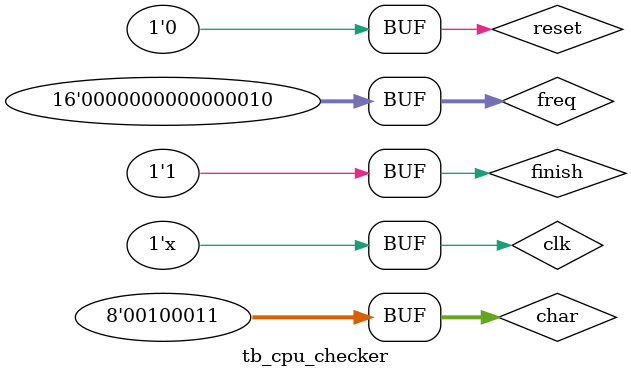
<source format=v>
`timescale 1ns / 1ps


module tb_cpu_checker;
// Inputs
	reg clk;
	reg reset;
	reg [7:0] char;
	reg [15:0] freq;
	reg finish;

	// Outputs
	wire [1:0] format_type;
	wire [3:0] error_code;

   always @(posedge clk) begin
      if (!reset && !finish) begin
         $display("%d", format_type);
      end
   end

	// Instantiate the Unit Under Test (UUT)
	cpu_checker uut (
		.clk(clk),
		.reset(reset),
		.char(char),
		.format_type(format_type)
	);

	initial begin
		// Initialize Inputs
		clk = 0;
		reset = 1;
		char = 0;
		freq = 2;
		finish = 0;

		#10 reset = 0;
		#2 char = "^";
		#2 char = "2";
		#2 char = "4";
		#2 char = "2";
		#2 char = "@";
		#2 char = "0";
		#2 char = "0";
		#2 char = "0";
		#2 char = "0";
		#2 char = "3";
		#2 char = "0";
		#2 char = "f";
		#2 char = "4";
		#2 char = ":";
		#2 char = " ";
		#2 char = "$";
		#2 char = "3";
		#2 char = "1";
		#2 char = " ";
		#2 char = "<";
		#2 char = "=";
		#2 char = "1";
		#2 char = "2";
		#2 char = "3";
		#2 char = "4";
		#2 char = "5";
		#2 char = "6";
		#2 char = "7";
		#2 char = "8";
		#2 char = "#";
		#2 char = "^";
		#2 char = "2";
		#2 char = "4";
		#2 char = "2";
		#2 char = "@";
		#2 char = "0";
		#2 char = "0";
		#2 char = "0";
		#2 char = "0";
		#2 char = "3";
		#2 char = "0";
		#2 char = "f";
		#2 char = "4";
		#2 char = ":";
		#2 char = " ";
		#2 char = "$";
		#2 char = "3";
		#2 char = "1";
		#2 char = " ";
		#2 char = "<";
		#2 char = "=";
		#2 char = "1";
		#2 char = "2";
		#2 char = "3";
		#2 char = "2";
		#2 char = "1";
		#2 char = "5";
		#2 char = "#";
		#2 char = "^";
		#2 char = "2";
		#2 char = "4";
		#2 char = "2";
		#2 char = "@";
		#2 char = "0";
		#2 char = "0";
		#2 char = "0";
		#2 char = "0";
		#2 char = "3";
		#2 char = "0";
		#2 char = "f";
		#2 char = "4";
		#2 char = ":";
		#2 char = " ";
		#2 char = "$";
		#2 char = "3";
		#2 char = "1";
		#2 char = " ";
		#2 char = "<";
		#2 char = "=";
		#2 char = "1";
		#2 char = "2";
		#2 char = "3";
		#2 char = "2";
		#2 char = "1";
		#2 char = "5";
		#2 char = "8";
		#2 char = "9";
		#2 char = "9";
		#2 char = "8";
		#2 char = "#";
		#2 char = "^";
		#2 char = "2";
		#2 char = "4";
		#2 char = "2";
		#2 char = "@";
		#2 char = "0";
		#2 char = "0";
		#2 char = "0";
		#2 char = "0";
		#2 char = "3";
		#2 char = "0";
		#2 char = "f";
		#2 char = "4";
		#2 char = ":";
		#2 char = " ";
		#2 char = "$";
		#2 char = "3";
		#2 char = "1";
		#2 char = " ";
		#2 char = "<";
		#2 char = "=";
		#2 char = "#";
		#2 char = "^";
		#2 char = "2";
		#2 char = "4";
		#2 char = "2";
		#2 char = "@";
		#2 char = "0";
		#2 char = "0";
		#2 char = "0";
		#2 char = "0";
		#2 char = "3";
		#2 char = "0";
		#2 char = "f";
		#2 char = "4";
		#2 char = ":";
		#2 char = " ";
		#2 char = "$";
		#2 char = "3";
		#2 char = "1";
		#2 char = " ";
		#2 char = "<";
		#2 char = "=";
		#2 char = " ";
		#2 char = " ";
		#2 char = " ";
		#2 char = "1";
		#2 char = "2";
		#2 char = "3";
		#2 char = "2";
		#2 char = "1";
		#2 char = "5";
		#2 char = " ";
		#2 char = "#";
		#2 char = "^";
		#2 char = "2";
		#2 char = "4";
		#2 char = "2";
		#2 char = "@";
		#2 char = "0";
		#2 char = "0";
		#2 char = "0";
		#2 char = "0";
		#2 char = "3";
		#2 char = "0";
		#2 char = "f";
		#2 char = "4";
		#2 char = ":";
		#2 char = " ";
		#2 char = "$";
		#2 char = "3";
		#2 char = "1";
		#2 char = " ";
		#2 char = "<";
		#2 char = "=";
		#2 char = " ";
		#2 char = " ";
		#2 char = " ";
		#2 char = "a";
		#2 char = "b";
		#2 char = "1";
		#2 char = "2";
		#2 char = "3";
		#2 char = "2";
		#2 char = "1";
		#2 char = "5";
		#2 char = " ";
		#2 char = "#";
		#2 char = "^";
		#2 char = "2";
		#2 char = "4";
		#2 char = "2";
		#2 char = "@";
		#2 char = "0";
		#2 char = "0";
		#2 char = "0";
		#2 char = "0";
		#2 char = "3";
		#2 char = "0";
		#2 char = "f";
		#2 char = "4";
		#2 char = ":";
		#2 char = " ";
		#2 char = "$";
		#2 char = "3";
		#2 char = "1";
		#2 char = " ";
		#2 char = "<";
		#2 char = "=";
		#2 char = " ";
		#2 char = " ";
		#2 char = " ";
		#2 char = "A";
		#2 char = "b";
		#2 char = "1";
		#2 char = "2";
		#2 char = "3";
		#2 char = "2";
		#2 char = "1";
		#2 char = "5";
		#2 char = " ";
		#2 char = "#";
		#2 char = "^";
		#2 char = "3";
		#2 char = "3";
		#2 char = "8";
		#2 char = "@";
		#2 char = "0";
		#2 char = "0";
		#2 char = "0";
		#2 char = "0";
		#2 char = "3";
		#2 char = "1";
		#2 char = "3";
		#2 char = "0";
		#2 char = ":";
		#2 char = " ";
		#2 char = "*";
		#2 char = "0";
		#2 char = "0";
		#2 char = "0";
		#2 char = "0";
		#2 char = "0";
		#2 char = "0";
		#2 char = "8";
		#2 char = "8";
		#2 char = " ";
		#2 char = "<";
		#2 char = "=";
		#2 char = " ";
		#2 char = "F";
		#2 char = "f";
		#2 char = "f";
		#2 char = "f";
		#2 char = "b";
		#2 char = "5";
		#2 char = "2";
		#2 char = "8";
		#2 char = "#";
		#2 char = "^";
		#2 char = "3";
		#2 char = "3";
		#2 char = "8";
		#2 char = "@";
		#2 char = "0";
		#2 char = "0";
		#2 char = "0";
		#2 char = "0";
		#2 char = "3";
		#2 char = "1";
		#2 char = "3";
		#2 char = "0";
		#2 char = ":";
		#2 char = " ";
		#2 char = "*";
		#2 char = "0";
		#2 char = "0";
		#2 char = "0";
		#2 char = "0";
		#2 char = "0";
		#2 char = "0";
		#2 char = "8";
		#2 char = "8";
		#2 char = " ";
		#2 char = "<";
		#2 char = "=";
		#2 char = " ";
		#2 char = "f";
		#2 char = "f";
		#2 char = "f";
		#2 char = "f";
		#2 char = "b";
		#2 char = "5";
		#2 char = "2";
		#2 char = "8";
		#2 char = "#";
		#2 char = "^";
		#2 char = "3";
		#2 char = "3";
		#2 char = "8";
		#2 char = "@";
		#2 char = "0";
		#2 char = "0";
		#2 char = "0";
		#2 char = "0";
		#2 char = "3";
		#2 char = "1";
		#2 char = "3";
		#2 char = "0";
		#2 char = ":";
		#2 char = " ";
		#2 char = "*";
		#2 char = "0";
		#2 char = "0";
		#2 char = "0";
		#2 char = "0";
		#2 char = "0";
		#2 char = "0";
		#2 char = "8";
		#2 char = "8";
		#2 char = " ";
		#2 char = "<";
		#2 char = "=";
		#2 char = "#";
		#2 char = "^";
		#2 char = "3";
		#2 char = "3";
		#2 char = "8";
		#2 char = "@";
		#2 char = "0";
		#2 char = "0";
		#2 char = "0";
		#2 char = "0";
		#2 char = "3";
		#2 char = "1";
		#2 char = "3";
		#2 char = "0";
		#2 char = ":";
		#2 char = " ";
		#2 char = "*";
		#2 char = "0";
		#2 char = "0";
		#2 char = "0";
		#2 char = "0";
		#2 char = "0";
		#2 char = "0";
		#2 char = "8";
		#2 char = "8";
		#2 char = " ";
		#2 char = "<";
		#2 char = "=";
		#2 char = " ";
		#2 char = "f";
		#2 char = "f";
		#2 char = "f";
		#2 char = "f";
		#2 char = "b";
		#2 char = "5";
		#2 char = "2";
		#2 char = "8";
		#2 char = "1";
		#2 char = "2";
		#2 char = "#";
		#2 char = "^";
		#2 char = "3";
		#2 char = "3";
		#2 char = "8";
		#2 char = "@";
		#2 char = "0";
		#2 char = "0";
		#2 char = "0";
		#2 char = "0";
		#2 char = "3";
		#2 char = "1";
		#2 char = "3";
		#2 char = "0";
		#2 char = ":";
		#2 char = " ";
		#2 char = "*";
		#2 char = "0";
		#2 char = "0";
		#2 char = "0";
		#2 char = "0";
		#2 char = "0";
		#2 char = "0";
		#2 char = "8";
		#2 char = "8";
		#2 char = " ";
		#2 char = "<";
		#2 char = "=";
		#2 char = " ";
		#2 char = "f";
		#2 char = "f";
		#2 char = "f";
		#2 char = "f";
		#2 char = "b";
		#2 char = "5";
		#2 char = "2";
		#2 char = "#";
		#2 char = "^";
		#2 char = "3";
		#2 char = "3";
		#2 char = "8";
		#2 char = "@";
		#2 char = "0";
		#2 char = "0";
		#2 char = "0";
		#2 char = "0";
		#2 char = "3";
		#2 char = "1";
		#2 char = "3";
		#2 char = "0";
		#2 char = ":";
		#2 char = " ";
		#2 char = "*";
		#2 char = "0";
		#2 char = "0";
		#2 char = "0";
		#2 char = "0";
		#2 char = "0";
		#2 char = "0";
		#2 char = "8";
		#2 char = "8";
		#2 char = " ";
		#2 char = "<";
		#2 char = "=";
		#2 char = " ";
		#2 char = "f";
		#2 char = "f";
		#2 char = "f";
		#2 char = "f";
		#2 char = "B";
		#2 char = "5";
		#2 char = "2";
		#2 char = "8";
		#2 char = "#";
		#2 char = "^";
		#2 char = "3";
		#2 char = "3";
		#2 char = "8";
		#2 char = "@";
		#2 char = "0";
		#2 char = "0";
		#2 char = "0";
		#2 char = "0";
		#2 char = "3";
		#2 char = "1";
		#2 char = "3";
		#2 char = "0";
		#2 char = ":";
		#2 char = " ";
		#2 char = "*";
		#2 char = "0";
		#2 char = "0";
		#2 char = "0";
		#2 char = "0";
		#2 char = "0";
		#2 char = "0";
		#2 char = "8";
		#2 char = "8";
		#2 char = " ";
		#2 char = "<";
		#2 char = "=";
		#2 char = " ";
		#2 char = "f";
		#2 char = "f";
		#2 char = "f";
		#2 char = "f";
		#2 char = "b";
		#2 char = "5";
		#2 char = "2";
		#2 char = "B";
		#2 char = "#";
		#2 char = "^";
		#2 char = "3";
		#2 char = "3";
		#2 char = "8";
		#2 char = "@";
		#2 char = "0";
		#2 char = "0";
		#2 char = "0";
		#2 char = "0";
		#2 char = "3";
		#2 char = "1";
		#2 char = "3";
		#2 char = "0";
		#2 char = ":";
		#2 char = " ";
		#2 char = "*";
		#2 char = "0";
		#2 char = "0";
		#2 char = "0";
		#2 char = "0";
		#2 char = "0";
		#2 char = "0";
		#2 char = "8";
		#2 char = "8";
		#2 char = " ";
		#2 char = "<";
		#2 char = "=";
		#2 char = " ";
		#2 char = "f";
		#2 char = "f";
		#2 char = "f";
		#2 char = "f";
		#2 char = "b";
		#2 char = "5";
		#2 char = "2";
		#2 char = "B";
		#2 char = "#";
		#2 char = "^";
		#2 char = "3";
		#2 char = "3";
		#2 char = "8";
		#2 char = "@";
		#2 char = "0";
		#2 char = "0";
		#2 char = "0";
		#2 char = "0";
		#2 char = "3";
		#2 char = "1";
		#2 char = "3";
		#2 char = "0";
		#2 char = ":";
		#2 char = " ";
		#2 char = "*";
		#2 char = "0";
		#2 char = "0";
		#2 char = "0";
		#2 char = "0";
		#2 char = "0";
		#2 char = "0";
		#2 char = "8";
		#2 char = "8";
		#2 char = " ";
		#2 char = "<";
		#2 char = "=";
		#2 char = " ";
		#2 char = "f";
		#2 char = "f";
		#2 char = "f";
		#2 char = "f";
		#2 char = "b";
		#2 char = "5";
		#2 char = "2";
		#2 char = "B";
		#2 char = " ";
		#2 char = "#";
		#20
		finish = 1;
	end

    always #1 clk = ~clk;
  
endmodule


</source>
